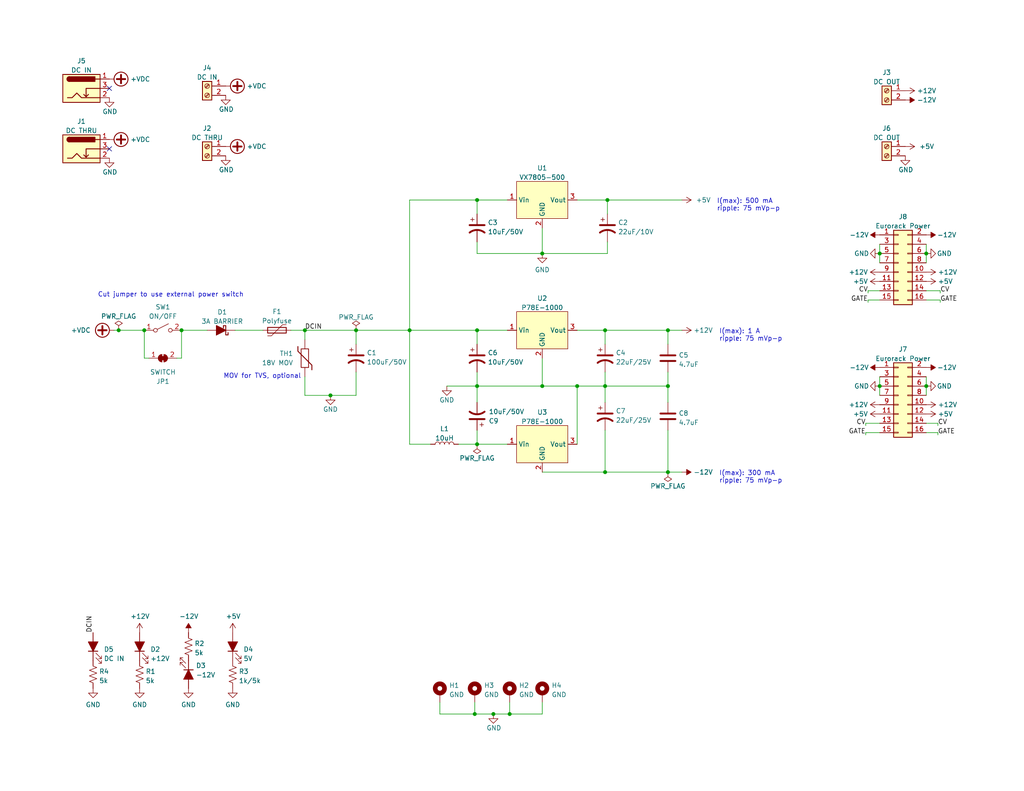
<source format=kicad_sch>
(kicad_sch (version 20211123) (generator eeschema)
  (paper "USLetter")
  (title_block (title "Nickel") (date "2022-05-23") (rev "v2") (company "Winterbloom") (comment 1 "Alethea Flowers") (comment 2 "CERN-OHL-P V2"))
  (lib_symbols
    (symbol "Connector:Barrel_Jack_Switch" (pin_names hide)
      (property "Reference" "J" (at 0 5.334 0))
      (property "Value" "Barrel_Jack_Switch" (at 0 -5.08 0))
      (symbol "Barrel_Jack_Switch_0_1"
        (rectangle (start -5.08 3.81) (end 5.08 -3.81) (stroke (width 0.254)) (fill (type background)))
        (arc (start -3.302 3.175) (mid -3.937 2.54) (end -3.302 1.905) (stroke (width 0.254)))
        (arc (start -3.302 3.175) (mid -3.937 2.54) (end -3.302 1.905) (stroke (width 0.254)) (fill (type outline)))
        (polyline (pts (xy 1.27 -2.286) (xy 1.905 -1.651)) (stroke (width 0.254)))
        (polyline (pts (xy 5.08 2.54) (xy 3.81 2.54)) (stroke (width 0.254)))
        (polyline (pts (xy 5.08 0) (xy 1.27 0) (xy 1.27 -2.286) (xy 0.635 -1.651)) (stroke (width 0.254)))
        (polyline (pts (xy -3.81 -2.54) (xy -2.54 -2.54) (xy -1.27 -1.27) (xy 0 -2.54) (xy 2.54 -2.54) (xy 5.08 -2.54)) (stroke (width 0.254)))
        (rectangle (start 3.683 3.175) (end -3.302 1.905) (stroke (width 0.254)) (fill (type outline)))
      )
      (symbol "Barrel_Jack_Switch_1_1"
        (pin passive line (at 7.62 2.54 180) (length 2.54) (name "~") (number "1"))
        (pin passive line (at 7.62 -2.54 180) (length 2.54) (name "~") (number "2"))
        (pin passive line (at 7.62 0 180) (length 2.54) (name "~") (number "3"))
      )
    )
    (symbol "Connector:Screw_Terminal_01x02" (pin_names (offset 1.016) hide)
      (property "Reference" "J" (at 0 2.54 0))
      (property "Value" "Screw_Terminal_01x02" (at 0 -5.08 0))
      (symbol "Screw_Terminal_01x02_1_1"
        (rectangle (start -1.27 1.27) (end 1.27 -3.81) (stroke (width 0.254)) (fill (type background)))
        (circle (center 0 -2.54) (radius 0.635) (stroke (width 0.1524)))
        (polyline (pts (xy -0.5334 -2.2098) (xy 0.3302 -3.048)) (stroke (width 0.1524)))
        (polyline (pts (xy -0.5334 0.3302) (xy 0.3302 -0.508)) (stroke (width 0.1524)))
        (polyline (pts (xy -0.3556 -2.032) (xy 0.508 -2.8702)) (stroke (width 0.1524)))
        (polyline (pts (xy -0.3556 0.508) (xy 0.508 -0.3302)) (stroke (width 0.1524)))
        (circle (center 0 0) (radius 0.635) (stroke (width 0.1524)))
        (pin passive line (at -5.08 0 0) (length 3.81) (name "Pin_1") (number "1"))
        (pin passive line (at -5.08 -2.54 0) (length 3.81) (name "Pin_2") (number "2"))
      )
    )
    (symbol "Connector_Generic:Conn_02x08_Odd_Even" (pin_names (offset 1.016) hide)
      (property "Reference" "J" (at 1.27 10.16 0))
      (property "Value" "Conn_02x08_Odd_Even" (at 1.27 -12.7 0))
      (symbol "Conn_02x08_Odd_Even_1_1"
        (rectangle (start -1.27 -10.033) (end 0 -10.287) (stroke (width 0.1524)))
        (rectangle (start -1.27 -7.493) (end 0 -7.747) (stroke (width 0.1524)))
        (rectangle (start -1.27 -4.953) (end 0 -5.207) (stroke (width 0.1524)))
        (rectangle (start -1.27 -2.413) (end 0 -2.667) (stroke (width 0.1524)))
        (rectangle (start -1.27 0.127) (end 0 -0.127) (stroke (width 0.1524)))
        (rectangle (start -1.27 2.667) (end 0 2.413) (stroke (width 0.1524)))
        (rectangle (start -1.27 5.207) (end 0 4.953) (stroke (width 0.1524)))
        (rectangle (start -1.27 7.747) (end 0 7.493) (stroke (width 0.1524)))
        (rectangle (start -1.27 8.89) (end 3.81 -11.43) (stroke (width 0.254)) (fill (type background)))
        (rectangle (start 3.81 -10.033) (end 2.54 -10.287) (stroke (width 0.1524)))
        (rectangle (start 3.81 -7.493) (end 2.54 -7.747) (stroke (width 0.1524)))
        (rectangle (start 3.81 -4.953) (end 2.54 -5.207) (stroke (width 0.1524)))
        (rectangle (start 3.81 -2.413) (end 2.54 -2.667) (stroke (width 0.1524)))
        (rectangle (start 3.81 0.127) (end 2.54 -0.127) (stroke (width 0.1524)))
        (rectangle (start 3.81 2.667) (end 2.54 2.413) (stroke (width 0.1524)))
        (rectangle (start 3.81 5.207) (end 2.54 4.953) (stroke (width 0.1524)))
        (rectangle (start 3.81 7.747) (end 2.54 7.493) (stroke (width 0.1524)))
        (pin passive line (at -5.08 7.62 0) (length 3.81) (name "Pin_1") (number "1"))
        (pin passive line (at 7.62 -2.54 180) (length 3.81) (name "Pin_10") (number "10"))
        (pin passive line (at -5.08 -5.08 0) (length 3.81) (name "Pin_11") (number "11"))
        (pin passive line (at 7.62 -5.08 180) (length 3.81) (name "Pin_12") (number "12"))
        (pin passive line (at -5.08 -7.62 0) (length 3.81) (name "Pin_13") (number "13"))
        (pin passive line (at 7.62 -7.62 180) (length 3.81) (name "Pin_14") (number "14"))
        (pin passive line (at -5.08 -10.16 0) (length 3.81) (name "Pin_15") (number "15"))
        (pin passive line (at 7.62 -10.16 180) (length 3.81) (name "Pin_16") (number "16"))
        (pin passive line (at 7.62 7.62 180) (length 3.81) (name "Pin_2") (number "2"))
        (pin passive line (at -5.08 5.08 0) (length 3.81) (name "Pin_3") (number "3"))
        (pin passive line (at 7.62 5.08 180) (length 3.81) (name "Pin_4") (number "4"))
        (pin passive line (at -5.08 2.54 0) (length 3.81) (name "Pin_5") (number "5"))
        (pin passive line (at 7.62 2.54 180) (length 3.81) (name "Pin_6") (number "6"))
        (pin passive line (at -5.08 0 0) (length 3.81) (name "Pin_7") (number "7"))
        (pin passive line (at 7.62 0 180) (length 3.81) (name "Pin_8") (number "8"))
        (pin passive line (at -5.08 -2.54 0) (length 3.81) (name "Pin_9") (number "9"))
      )
    )
    (symbol "Device:C" (pin_numbers hide) (pin_names (offset 0.254))
      (property "Reference" "C" (at 0.635 2.54 0))
      (property "Value" "C" (at 0.635 -2.54 0))
      (symbol "C_0_1"
        (polyline (pts (xy -2.032 -0.762) (xy 2.032 -0.762)) (stroke (width 0.508)))
        (polyline (pts (xy -2.032 0.762) (xy 2.032 0.762)) (stroke (width 0.508)))
      )
      (symbol "C_1_1"
        (pin passive line (at 0 3.81 270) (length 2.794) (name "~") (number "1"))
        (pin passive line (at 0 -3.81 90) (length 2.794) (name "~") (number "2"))
      )
    )
    (symbol "Device:C_Polarized_US" (pin_numbers hide) (pin_names (offset 0.254) hide)
      (property "Reference" "C" (at 0.635 2.54 0))
      (property "Value" "C_Polarized_US" (at 0.635 -2.54 0))
      (symbol "C_Polarized_US_0_1"
        (polyline (pts (xy -2.032 0.762) (xy 2.032 0.762)) (stroke (width 0.508)))
        (polyline (pts (xy -1.778 2.286) (xy -0.762 2.286)))
        (polyline (pts (xy -1.27 1.778) (xy -1.27 2.794)))
        (arc (start 2.032 -1.27) (mid 0 -0.5572) (end -2.032 -1.27) (stroke (width 0.508)))
      )
      (symbol "C_Polarized_US_1_1"
        (pin passive line (at 0 3.81 270) (length 2.794) (name "~") (number "1"))
        (pin passive line (at 0 -3.81 90) (length 3.302) (name "~") (number "2"))
      )
    )
    (symbol "Device:D_Schottky_Filled" (pin_numbers hide) (pin_names (offset 1.016) hide)
      (property "Reference" "D" (at 0 2.54 0))
      (property "Value" "D_Schottky_Filled" (at 0 -2.54 0))
      (symbol "D_Schottky_Filled_0_1"
        (polyline (pts (xy 1.27 0) (xy -1.27 0)))
        (polyline (pts (xy 1.27 1.27) (xy 1.27 -1.27) (xy -1.27 0) (xy 1.27 1.27)) (stroke (width 0.254)) (fill (type outline)))
        (polyline (pts (xy -1.905 0.635) (xy -1.905 1.27) (xy -1.27 1.27) (xy -1.27 -1.27) (xy -0.635 -1.27) (xy -0.635 -0.635)) (stroke (width 0.254)))
      )
      (symbol "D_Schottky_Filled_1_1"
        (pin passive line (at -3.81 0 0) (length 2.54) (name "K") (number "1"))
        (pin passive line (at 3.81 0 180) (length 2.54) (name "A") (number "2"))
      )
    )
    (symbol "Device:L" (pin_numbers hide) (pin_names (offset 1.016) hide)
      (property "Reference" "L" (at -1.27 0 90))
      (property "Value" "L" (at 1.905 0 90))
      (symbol "L_0_1"
        (arc (start 0 -2.54) (mid 0.635 -1.905) (end 0 -1.27))
        (arc (start 0 -1.27) (mid 0.635 -0.635) (end 0 0))
        (arc (start 0 0) (mid 0.635 0.635) (end 0 1.27))
        (arc (start 0 1.27) (mid 0.635 1.905) (end 0 2.54))
      )
      (symbol "L_1_1"
        (pin passive line (at 0 3.81 270) (length 1.27) (name "1") (number "1"))
        (pin passive line (at 0 -3.81 90) (length 1.27) (name "2") (number "2"))
      )
    )
    (symbol "Device:LED_Filled" (pin_numbers hide) (pin_names (offset 1.016) hide)
      (property "Reference" "D" (at 0 2.54 0))
      (property "Value" "LED_Filled" (at 0 -2.54 0))
      (symbol "LED_Filled_0_1"
        (polyline (pts (xy -1.27 -1.27) (xy -1.27 1.27)) (stroke (width 0.254)))
        (polyline (pts (xy -1.27 0) (xy 1.27 0)))
        (polyline (pts (xy 1.27 -1.27) (xy 1.27 1.27) (xy -1.27 0) (xy 1.27 -1.27)) (stroke (width 0.254)) (fill (type outline)))
        (polyline (pts (xy -3.048 -0.762) (xy -4.572 -2.286) (xy -3.81 -2.286) (xy -4.572 -2.286) (xy -4.572 -1.524)))
        (polyline (pts (xy -1.778 -0.762) (xy -3.302 -2.286) (xy -2.54 -2.286) (xy -3.302 -2.286) (xy -3.302 -1.524)))
      )
      (symbol "LED_Filled_1_1"
        (pin passive line (at -3.81 0 0) (length 2.54) (name "K") (number "1"))
        (pin passive line (at 3.81 0 180) (length 2.54) (name "A") (number "2"))
      )
    )
    (symbol "Device:Polyfuse" (pin_numbers hide) (pin_names (offset 0))
      (property "Reference" "F" (at -2.54 0 90))
      (property "Value" "Polyfuse" (at 2.54 0 90))
      (symbol "Polyfuse_0_1"
        (rectangle (start -0.762 2.54) (end 0.762 -2.54) (stroke (width 0.254)))
        (polyline (pts (xy 0 2.54) (xy 0 -2.54)))
        (polyline (pts (xy -1.524 2.54) (xy -1.524 1.524) (xy 1.524 -1.524) (xy 1.524 -2.54)))
      )
      (symbol "Polyfuse_1_1"
        (pin passive line (at 0 3.81 270) (length 1.27) (name "~") (number "1"))
        (pin passive line (at 0 -3.81 90) (length 1.27) (name "~") (number "2"))
      )
    )
    (symbol "Device:R_US" (pin_numbers hide) (pin_names (offset 0))
      (property "Reference" "R" (at 2.54 0 90))
      (property "Value" "R_US" (at -2.54 0 90))
      (symbol "R_US_0_1"
        (polyline (pts (xy 0 -2.286) (xy 0 -2.54)))
        (polyline (pts (xy 0 2.286) (xy 0 2.54)))
        (polyline (pts (xy 0 -0.762) (xy 1.016 -1.143) (xy 0 -1.524) (xy -1.016 -1.905) (xy 0 -2.286)))
        (polyline (pts (xy 0 0.762) (xy 1.016 0.381) (xy 0 0) (xy -1.016 -0.381) (xy 0 -0.762)))
        (polyline (pts (xy 0 2.286) (xy 1.016 1.905) (xy 0 1.524) (xy -1.016 1.143) (xy 0 0.762)))
      )
      (symbol "R_US_1_1"
        (pin passive line (at 0 3.81 270) (length 1.27) (name "~") (number "1"))
        (pin passive line (at 0 -3.81 90) (length 1.27) (name "~") (number "2"))
      )
    )
    (symbol "Device:Thermistor" (pin_numbers hide) (pin_names (offset 0))
      (property "Reference" "TH" (at 2.54 1.27 90))
      (property "Value" "Thermistor" (at -2.54 0 90))
      (symbol "Thermistor_0_1"
        (rectangle (start -1.016 2.54) (end 1.016 -2.54) (stroke (width 0.2032)))
        (polyline (pts (xy -1.905 3.175) (xy -1.905 1.905) (xy 1.905 -1.905) (xy 1.905 -3.175) (xy 1.905 -3.175)) (stroke (width 0.254)))
      )
      (symbol "Thermistor_1_1"
        (pin passive line (at 0 5.08 270) (length 2.54) (name "~") (number "1"))
        (pin passive line (at 0 -5.08 90) (length 2.54) (name "~") (number "2"))
      )
    )
    (symbol "Jumper:SolderJumper_2_Bridged" (pin_names (offset 0) hide)
      (property "Reference" "JP" (at 0 2.032 0))
      (property "Value" "SolderJumper_2_Bridged" (at 0 -2.54 0))
      (symbol "SolderJumper_2_Bridged_0_1"
        (rectangle (start -0.508 0.508) (end 0.508 -0.508) (fill (type outline)))
        (arc (start -0.254 1.016) (mid -1.27 0) (end -0.254 -1.016))
        (arc (start -0.254 1.016) (mid -1.27 0) (end -0.254 -1.016) (fill (type outline)))
        (polyline (pts (xy -0.254 1.016) (xy -0.254 -1.016)))
        (polyline (pts (xy 0.254 1.016) (xy 0.254 -1.016)))
        (arc (start 0.254 -1.016) (mid 1.27 0) (end 0.254 1.016))
        (arc (start 0.254 -1.016) (mid 1.27 0) (end 0.254 1.016) (fill (type outline)))
      )
      (symbol "SolderJumper_2_Bridged_1_1"
        (pin passive line (at -3.81 0 0) (length 2.54) (name "A") (number "1"))
        (pin passive line (at 3.81 0 180) (length 2.54) (name "B") (number "2"))
      )
    )
    (symbol "Mechanical:MountingHole_Pad" (pin_numbers hide) (pin_names (offset 1.016) hide)
      (property "Reference" "H" (at 0 6.35 0))
      (property "Value" "MountingHole_Pad" (at 0 4.445 0))
      (symbol "MountingHole_Pad_0_1"
        (circle (center 0 1.27) (radius 1.27) (stroke (width 1.27)))
      )
      (symbol "MountingHole_Pad_1_1"
        (pin input line (at 0 -2.54 90) (length 2.54) (name "1") (number "1"))
      )
    )
    (symbol "Switch:SW_SPST" (pin_names (offset 0) hide)
      (property "Reference" "SW" (at 0 3.175 0))
      (property "Value" "SW_SPST" (at 0 -2.54 0))
      (symbol "SW_SPST_0_0"
        (circle (center -2.032 0) (radius 0.508))
        (polyline (pts (xy -1.524 0.254) (xy 1.524 1.778)))
        (circle (center 2.032 0) (radius 0.508))
      )
      (symbol "SW_SPST_1_1"
        (pin passive line (at -5.08 0 0) (length 2.54) (name "A") (number "1"))
        (pin passive line (at 5.08 0 180) (length 2.54) (name "B") (number "2"))
      )
    )
    (symbol "power:+12V" (power) (pin_names (offset 0))
      (property "Value" "+12V" (at 0 3.556 0))
      (symbol "+12V_0_1"
        (polyline (pts (xy -0.762 1.27) (xy 0 2.54)))
        (polyline (pts (xy 0 0) (xy 0 2.54)))
        (polyline (pts (xy 0 2.54) (xy 0.762 1.27)))
      )
      (symbol "+12V_1_1"
        (pin power_in line (at 0 0 90) (length 0) hide (name "+12V") (number "1"))
      )
    )
    (symbol "power:+5V" (power) (pin_names (offset 0))
      (property "Value" "+5V" (at 0 3.556 0))
      (symbol "+5V_0_1"
        (polyline (pts (xy -0.762 1.27) (xy 0 2.54)))
        (polyline (pts (xy 0 0) (xy 0 2.54)))
        (polyline (pts (xy 0 2.54) (xy 0.762 1.27)))
      )
      (symbol "+5V_1_1"
        (pin power_in line (at 0 0 90) (length 0) hide (name "+5V") (number "1"))
      )
    )
    (symbol "power:+VDC" (power) (pin_names (offset 0))
      (property "Value" "+VDC" (at 0 6.35 0))
      (symbol "+VDC_0_1"
        (polyline (pts (xy -1.143 3.175) (xy 1.143 3.175)) (stroke (width 0.508)))
        (polyline (pts (xy 0 0) (xy 0 1.27)))
        (polyline (pts (xy 0 2.032) (xy 0 4.318)) (stroke (width 0.508)))
        (circle (center 0 3.175) (radius 1.905) (stroke (width 0.254)))
      )
      (symbol "+VDC_1_1"
        (pin power_in line (at 0 0 90) (length 0) hide (name "+VDC") (number "1"))
      )
    )
    (symbol "power:-12V" (power) (pin_names (offset 0))
      (property "Value" "-12V" (at 0 3.81 0))
      (symbol "-12V_0_0"
        (pin power_in line (at 0 0 90) (length 0) hide (name "-12V") (number "1"))
      )
      (symbol "-12V_0_1"
        (polyline (pts (xy 0 0) (xy 0 1.27) (xy 0.762 1.27) (xy 0 2.54) (xy -0.762 1.27) (xy 0 1.27)) (fill (type outline)))
      )
    )
    (symbol "power:GND" (power) (pin_names (offset 0))
      (property "Value" "GND" (at 0 -3.81 0))
      (symbol "GND_0_1"
        (polyline (pts (xy 0 0) (xy 0 -1.27) (xy 1.27 -1.27) (xy 0 -2.54) (xy -1.27 -1.27) (xy 0 -1.27)))
      )
      (symbol "GND_1_1"
        (pin power_in line (at 0 0 270) (length 0) hide (name "GND") (number "1"))
      )
    )
    (symbol "power:PWR_FLAG" (power) (pin_numbers hide) (pin_names (offset 0) hide)
      (property "Value" "PWR_FLAG" (at 0 3.81 0))
      (symbol "PWR_FLAG_0_0"
        (pin power_out line (at 0 0 90) (length 0) (name "pwr") (number "1"))
      )
      (symbol "PWR_FLAG_0_1"
        (polyline (pts (xy 0 0) (xy 0 1.27) (xy -1.016 1.905) (xy 0 2.54) (xy 1.016 1.905) (xy 0 1.27)))
      )
    )
    (symbol "winterbloom:P78E-1000"
      (property "Reference" "U" (at 6.985 -6.35 0))
      (property "Value" "P78E-1000" (at 0 6.35 0))
      (symbol "P78E-1000_0_0"
        (pin power_in line (at -9.525 0 0) (length 2.54) (name "Vin") (number "1"))
        (pin power_in line (at 0 -7.62 90) (length 2.54) (name "GND") (number "2"))
        (pin power_out line (at 9.525 0 180) (length 2.54) (name "Vout") (number "3"))
      )
      (symbol "P78E-1000_0_1"
        (rectangle (start 6.985 -5.08) (end -6.985 5.08) (stroke (width 0.1524)) (fill (type background)))
      )
    )
    (symbol "winterbloom:VX7805-500"
      (property "Reference" "U" (at 6.985 -6.35 0))
      (property "Value" "VX7805-500" (at 0 6.35 0))
      (symbol "VX7805-500_0_0"
        (pin power_in line (at -9.525 0 0) (length 2.54) (name "Vin") (number "1"))
        (pin power_in line (at 0 -7.62 90) (length 2.54) (name "GND") (number "2"))
        (pin power_out line (at 9.525 0 180) (length 2.54) (name "Vout") (number "3"))
      )
      (symbol "VX7805-500_0_1"
        (rectangle (start 6.985 -5.08) (end -6.985 5.08) (stroke (width 0.1524)) (fill (type background)))
      )
    )
  )
  (junction (at 139.065 194.945))
  (junction (at 182.245 128.905))
  (junction (at 129.54 194.945))
  (junction (at 165.1 128.905))
  (junction (at 252.73 69.215))
  (junction (at 182.245 90.17))
  (junction (at 182.245 105.41))
  (junction (at 165.1 105.41))
  (junction (at 49.53 90.17))
  (junction (at 97.155 90.17))
  (junction (at 134.62 194.945))
  (junction (at 130.175 105.41))
  (junction (at 39.37 90.17))
  (junction (at 130.175 90.17))
  (junction (at 147.955 105.41))
  (junction (at 130.175 54.61))
  (junction (at 252.73 105.41))
  (junction (at 83.185 90.17))
  (junction (at 157.48 105.41))
  (junction (at 147.955 69.215))
  (junction (at 111.76 90.17))
  (junction (at 32.385 90.17))
  (junction (at 240.03 69.215))
  (junction (at 240.03 105.41))
  (junction (at 165.1 90.17))
  (junction (at 130.175 121.285))
  (junction (at 90.17 107.95))
  (junction (at 165.735 54.61))
  (no_connect (at 29.845 40.64))
  (no_connect (at 29.845 24.13))
  (wire (pts (xy 129.54 191.77) (xy 129.54 194.945)))
  (wire (pts (xy 147.955 128.905) (xy 165.1 128.905)))
  (wire (pts (xy 165.1 105.41) (xy 182.245 105.41)))
  (wire (pts (xy 252.73 115.57) (xy 255.905 115.57)))
  (wire (pts (xy 236.855 81.915) (xy 240.03 81.915)))
  (wire (pts (xy 64.135 90.17) (xy 71.755 90.17)))
  (wire (pts (xy 90.17 107.95) (xy 83.185 107.95)))
  (wire (pts (xy 157.48 90.17) (xy 165.1 90.17)))
  (wire (pts (xy 157.48 54.61) (xy 165.735 54.61)))
  (wire (pts (xy 252.73 81.915) (xy 256.54 81.915)))
  (wire (pts (xy 130.175 58.42) (xy 130.175 54.61)))
  (wire (pts (xy 252.73 66.675) (xy 252.73 69.215)))
  (wire (pts (xy 83.185 90.17) (xy 83.185 92.71)))
  (wire (pts (xy 157.48 105.41) (xy 147.955 105.41)))
  (wire (pts (xy 111.76 90.17) (xy 130.175 90.17)))
  (wire (pts (xy 49.53 97.79) (xy 49.53 90.17)))
  (wire (pts (xy 121.92 105.41) (xy 130.175 105.41)))
  (wire (pts (xy 165.1 90.17) (xy 165.1 93.98)))
  (wire (pts (xy 111.76 90.17) (xy 111.76 121.285)))
  (wire (pts (xy 138.43 90.17) (xy 130.175 90.17)))
  (wire (pts (xy 236.22 118.11) (xy 240.03 118.11)))
  (wire (pts (xy 236.22 118.745) (xy 236.22 118.11)))
  (wire (pts (xy 182.245 128.905) (xy 182.245 117.475)))
  (wire (pts (xy 83.185 107.95) (xy 83.185 102.87)))
  (wire (pts (xy 182.245 128.905) (xy 186.055 128.905)))
  (wire (pts (xy 256.54 82.55) (xy 256.54 81.915)))
  (wire (pts (xy 252.73 79.375) (xy 256.54 79.375)))
  (wire (pts (xy 97.155 90.17) (xy 111.76 90.17)))
  (wire (pts (xy 182.245 101.6) (xy 182.245 105.41)))
  (wire (pts (xy 90.17 107.95) (xy 97.155 107.95)))
  (wire (pts (xy 111.76 54.61) (xy 130.175 54.61)))
  (wire (pts (xy 165.1 117.475) (xy 165.1 128.905)))
  (wire (pts (xy 236.855 79.375) (xy 236.855 80.01)))
  (wire (pts (xy 134.62 194.945) (xy 139.065 194.945)))
  (wire (pts (xy 157.48 105.41) (xy 157.48 121.285)))
  (wire (pts (xy 130.175 121.285) (xy 138.43 121.285)))
  (wire (pts (xy 182.245 105.41) (xy 182.245 109.855)))
  (wire (pts (xy 236.22 115.57) (xy 240.03 115.57)))
  (wire (pts (xy 125.095 121.285) (xy 130.175 121.285)))
  (wire (pts (xy 147.955 62.23) (xy 147.955 69.215)))
  (wire (pts (xy 31.115 90.17) (xy 32.385 90.17)))
  (wire (pts (xy 165.735 54.61) (xy 165.735 58.42)))
  (wire (pts (xy 165.1 128.905) (xy 182.245 128.905)))
  (wire (pts (xy 111.76 121.285) (xy 117.475 121.285)))
  (wire (pts (xy 240.03 79.375) (xy 236.855 79.375)))
  (wire (pts (xy 49.53 90.17) (xy 56.515 90.17)))
  (wire (pts (xy 83.185 90.17) (xy 97.155 90.17)))
  (wire (pts (xy 255.905 115.57) (xy 255.905 116.205)))
  (wire (pts (xy 111.76 90.17) (xy 111.76 54.61)))
  (wire (pts (xy 165.1 105.41) (xy 165.1 109.855)))
  (wire (pts (xy 240.03 105.41) (xy 240.03 107.95)))
  (wire (pts (xy 147.955 194.945) (xy 147.955 191.77)))
  (wire (pts (xy 240.03 102.87) (xy 240.03 105.41)))
  (wire (pts (xy 165.735 69.215) (xy 147.955 69.215)))
  (wire (pts (xy 252.73 118.11) (xy 255.905 118.11)))
  (wire (pts (xy 240.03 66.675) (xy 240.03 69.215)))
  (wire (pts (xy 130.175 105.41) (xy 130.175 109.855)))
  (wire (pts (xy 48.26 97.79) (xy 49.53 97.79)))
  (wire (pts (xy 182.245 90.17) (xy 182.245 93.98)))
  (wire (pts (xy 79.375 90.17) (xy 83.185 90.17)))
  (wire (pts (xy 129.54 194.945) (xy 120.015 194.945)))
  (wire (pts (xy 236.855 82.55) (xy 236.855 81.915)))
  (wire (pts (xy 165.735 66.04) (xy 165.735 69.215)))
  (wire (pts (xy 165.735 54.61) (xy 186.055 54.61)))
  (wire (pts (xy 130.175 90.17) (xy 130.175 93.98)))
  (wire (pts (xy 130.175 117.475) (xy 130.175 121.285)))
  (wire (pts (xy 255.905 118.11) (xy 255.905 118.745)))
  (wire (pts (xy 139.065 191.77) (xy 139.065 194.945)))
  (wire (pts (xy 147.955 97.79) (xy 147.955 105.41)))
  (wire (pts (xy 182.245 90.17) (xy 186.055 90.17)))
  (wire (pts (xy 165.1 105.41) (xy 157.48 105.41)))
  (wire (pts (xy 130.175 101.6) (xy 130.175 105.41)))
  (wire (pts (xy 256.54 79.375) (xy 256.54 80.01)))
  (wire (pts (xy 32.385 90.17) (xy 39.37 90.17)))
  (wire (pts (xy 252.73 69.215) (xy 252.73 71.755)))
  (wire (pts (xy 252.73 105.41) (xy 252.73 107.95)))
  (wire (pts (xy 97.155 101.6) (xy 97.155 107.95)))
  (wire (pts (xy 252.73 102.87) (xy 252.73 105.41)))
  (wire (pts (xy 139.065 194.945) (xy 147.955 194.945)))
  (wire (pts (xy 130.175 54.61) (xy 138.43 54.61)))
  (wire (pts (xy 130.175 69.215) (xy 147.955 69.215)))
  (wire (pts (xy 39.37 90.17) (xy 39.37 97.79)))
  (wire (pts (xy 240.03 69.215) (xy 240.03 71.755)))
  (wire (pts (xy 120.015 194.945) (xy 120.015 191.77)))
  (wire (pts (xy 39.37 97.79) (xy 40.64 97.79)))
  (wire (pts (xy 130.175 66.04) (xy 130.175 69.215)))
  (wire (pts (xy 147.955 105.41) (xy 130.175 105.41)))
  (wire (pts (xy 165.1 90.17) (xy 182.245 90.17)))
  (wire (pts (xy 165.1 101.6) (xy 165.1 105.41)))
  (wire (pts (xy 134.62 194.945) (xy 129.54 194.945)))
  (wire (pts (xy 236.22 116.205) (xy 236.22 115.57)))
  (wire (pts (xy 97.155 93.98) (xy 97.155 90.17)))
  (text "I(max): 500 mA\nripple: 75 mVp-p" (at 195.58 57.785 0) (effects (font (size 1.27 1.27)) (justify left bottom)))
  (text "Cut jumper to use external power switch" (at 26.67 81.28 0) (effects (font (size 1.27 1.27)) (justify left bottom)))
  (text "MOV for TVS, optional" (at 60.96 103.505 0) (effects (font (size 1.27 1.27)) (justify left bottom)))
  (text "I(max): 300 mA\nripple: 75 mVp-p" (at 196.215 132.08 0) (effects (font (size 1.27 1.27)) (justify left bottom)))
  (text "I(max): 1 A\nripple: 75 mVp-p" (at 196.215 93.345 0) (effects (font (size 1.27 1.27)) (justify left bottom)))
  (label "GATE" (at 256.54 82.55 0))
  (label "DCIN" (at 25.4 172.72 90))
  (label "CV" (at 256.54 80.01 0))
  (label "GATE" (at 255.905 118.745 0))
  (label "CV" (at 255.905 116.205 0))
  (label "GATE" (at 236.855 82.55 180))
  (label "CV" (at 236.22 116.205 180))
  (label "GATE" (at 236.22 118.745 180))
  (label "CV" (at 236.855 80.01 180))
  (label "DCIN" (at 83.185 90.17 0))
  (symbol (lib_id "Device:C") (at 182.245 113.665 0) (unit 1)
    (property "Reference" "C8" (at 185.166 112.8303 0) (effects (justify left)))
    (property "Value" "4.7uF" (at 185.166 115.3672 0) (effects (justify left)))
    (property "Footprint" "Capacitor_SMD:C_0805_2012Metric_Pad1.18x1.45mm_HandSolder" (effects hide))
  )
  (symbol (lib_id "power:+VDC") (at 61.595 23.495 270) (unit 1)
    (property "Reference" "#PWR0121" (effects hide))
    (property "Value" "+VDC" (at 67.31 23.495 90) (effects (justify left)))
  )
  (symbol (lib_id "power:GND") (at 29.845 43.18 0) (unit 1)
    (property "Reference" "#PWR0124" (effects hide))
    (property "Value" "GND" (at 27.94 46.99 0) (effects (justify left)))
  )
  (symbol (lib_id "Switch:SW_SPST") (at 44.45 90.17 0) (unit 1)
    (property "Reference" "SW1" (at 44.45 83.82 0))
    (property "Value" "ON/OFF" (at 44.45 86.36 0))
    (property "Footprint" "winterbloom:TerminalBlock_4UCON_1x02_P3.50mm_Horizontal" (effects hide))
    (property "mpn" "2MS1T1B1M2QES" (effects hide))
  )
  (symbol (lib_id "power:-12V") (at 247.015 27.305 270) (unit 1)
    (property "Reference" "#PWR0125" (effects hide))
    (property "Value" "-12V" (at 250.19 27.305 90) (effects (justify left)))
  )
  (symbol (lib_id "Mechanical:MountingHole_Pad") (at 147.955 189.23 0) (unit 1)
    (property "Reference" "H4" (at 150.495 187.1253 0) (effects (justify left)))
    (property "Value" "GND" (at 150.495 189.6622 0) (effects (justify left)))
    (property "Footprint" "MountingHole:MountingHole_3mm_Pad" (effects hide))
  )
  (symbol (lib_id "power:-12V") (at 240.03 64.135 90) (unit 1)
    (property "Reference" "#PWR0111" (effects hide))
    (property "Value" "-12V" (at 231.775 64.135 90) (effects (justify right)))
  )
  (symbol (lib_id "Mechanical:MountingHole_Pad") (at 139.065 189.23 0) (unit 1)
    (property "Reference" "H2" (at 141.605 187.1253 0) (effects (justify left)))
    (property "Value" "GND" (at 141.605 189.6622 0) (effects (justify left)))
    (property "Footprint" "MountingHole:MountingHole_3mm_Pad" (effects hide))
  )
  (symbol (lib_id "Device:LED_Filled") (at 51.435 184.15 270) (unit 1)
    (property "Reference" "D3" (at 53.467 181.7278 90) (effects (justify left)))
    (property "Value" "-12V" (at 53.467 184.2647 90) (effects (justify left)))
    (property "Footprint" "winterbloom:LED_0805_Kingbright_APT2012" (effects hide))
  )
  (symbol (lib_id "Device:LED_Filled") (at 63.5 176.53 90) (unit 1)
    (property "Reference" "D4" (at 66.421 177.2828 90) (effects (justify right)))
    (property "Value" "5V" (at 66.421 179.8197 90) (effects (justify right)))
    (property "Footprint" "winterbloom:LED_0805_Kingbright_APT2012" (effects hide))
  )
  (symbol (lib_id "Jumper:SolderJumper_2_Bridged") (at 44.45 97.79 0) (unit 1)
    (property "Reference" "JP1" (at 44.45 104.14 0))
    (property "Value" "SWITCH" (at 44.45 101.6 0))
    (property "Footprint" "Jumper:SolderJumper-2_P1.3mm_Bridged2Bar_RoundedPad1.0x1.5mm" (effects hide))
  )
  (symbol (lib_id "winterbloom:VX7805-500") (at 147.955 54.61 0) (unit 1)
    (property "Reference" "U1" (at 147.955 45.881 0))
    (property "Value" "VX7805-500" (at 147.955 48.4179 0))
    (property "Footprint" "winterbloom:Converter_DCDC_CUI_VX78-500_THT" (effects hide))
    (property "Datasheet" "https://www.mouser.com/datasheet/2/670/vx78_500-1774570.pdf" (effects hide))
  )
  (symbol (lib_id "Device:R_US") (at 25.4 184.15 0) (unit 1)
    (property "Reference" "R4" (at 27.051 183.3153 0) (effects (justify left)))
    (property "Value" "5k" (at 27.051 185.8522 0) (effects (justify left)))
    (property "Footprint" "Resistor_SMD:R_0603_1608Metric_Pad0.98x0.95mm_HandSolder" (effects hide))
  )
  (symbol (lib_id "power:+5V") (at 252.73 113.03 270) (unit 1)
    (property "Reference" "#PWR09" (effects hide))
    (property "Value" "+5V" (at 255.905 113.03 90) (effects (justify left)))
  )
  (symbol (lib_id "Device:C_Polarized_US") (at 97.155 97.79 0) (unit 1)
    (property "Reference" "C1" (at 100.076 96.3203 0) (effects (justify left)))
    (property "Value" "100uF/50V" (at 100.076 98.8572 0) (effects (justify left)))
    (property "Footprint" "Capacitor_SMD:CP_Elec_8x10.5" (effects hide))
    (property "mpn" "865060653010" (effects hide))
  )
  (symbol (lib_id "winterbloom:P78E-1000") (at 147.955 90.17 0) (unit 1)
    (property "Reference" "U2" (at 147.955 81.441 0))
    (property "Value" "P78E-1000" (at 147.955 83.9779 0))
    (property "Footprint" "winterbloom:Converter_DCDC_CUI_P78E-1000_THT" (effects hide))
    (property "Datasheet" "https://www.mouser.com/datasheet/2/670/p78e_1000-1480573.pdf" (effects hide))
  )
  (symbol (lib_id "Device:C_Polarized_US") (at 165.1 113.665 0) (unit 1)
    (property "Reference" "C7" (at 168.021 112.1953 0) (effects (justify left)))
    (property "Value" "22uF/25V" (at 168.021 114.7322 0) (effects (justify left)))
    (property "Footprint" "Capacitor_SMD:C_0805_2012Metric_Pad1.18x1.45mm_HandSolder" (effects hide))
  )
  (symbol (lib_id "power:GND") (at 90.17 107.95 0) (unit 1)
    (property "Reference" "#PWR0119" (effects hide))
    (property "Value" "GND" (at 90.17 111.76 0))
  )
  (symbol (lib_id "Connector:Screw_Terminal_01x02") (at 241.935 40.005 0) (mirror y) (unit 1)
    (property "Reference" "J6" (at 241.935 35.0352 0))
    (property "Value" "DC OUT" (at 241.935 37.5721 0))
    (property "Footprint" "winterbloom:TerminalBlock_4UCON_1x02_P3.50mm_Horizontal" (effects hide))
  )
  (symbol (lib_id "Mechanical:MountingHole_Pad") (at 129.54 189.23 0) (unit 1)
    (property "Reference" "H3" (at 132.08 187.1253 0) (effects (justify left)))
    (property "Value" "GND" (at 132.08 189.6622 0) (effects (justify left)))
    (property "Footprint" "MountingHole:MountingHole_3mm_Pad" (effects hide))
  )
  (symbol (lib_id "power:PWR_FLAG") (at 182.245 128.905 180) (unit 1)
    (property "Reference" "#FLG0102" (effects hide))
    (property "Value" "PWR_FLAG" (at 182.245 132.715 0))
  )
  (symbol (lib_id "power:GND") (at 121.92 105.41 0) (unit 1)
    (property "Reference" "#PWR0134" (effects hide))
    (property "Value" "GND" (at 121.92 109.22 0))
  )
  (symbol (lib_id "Device:LED_Filled") (at 25.4 176.53 90) (unit 1)
    (property "Reference" "D5" (at 28.321 177.2828 90) (effects (justify right)))
    (property "Value" "DC IN" (at 28.321 179.8197 90) (effects (justify right)))
    (property "Footprint" "winterbloom:LED_0805_Kingbright_APT2012" (effects hide))
  )
  (symbol (lib_id "Device:LED_Filled") (at 38.1 176.53 90) (unit 1)
    (property "Reference" "D2" (at 41.021 177.2828 90) (effects (justify right)))
    (property "Value" "+12V" (at 41.021 179.8197 90) (effects (justify right)))
    (property "Footprint" "winterbloom:LED_0805_Kingbright_APT2012" (effects hide))
  )
  (symbol (lib_id "Connector_Generic:Conn_02x08_Odd_Even") (at 245.11 71.755 0) (unit 1)
    (property "Reference" "J8" (at 246.38 59.1652 0))
    (property "Value" "Eurorack Power" (at 246.38 61.7021 0))
    (property "Footprint" "winterbloom:Eurorack_Power_2x8_Shrouded_Lock" (effects hide))
  )
  (symbol (lib_id "power:+5V") (at 63.5 172.72 0) (unit 1)
    (property "Reference" "#PWR0103" (effects hide))
    (property "Value" "+5V" (at 61.595 168.275 0) (effects (justify left)))
  )
  (symbol (lib_id "Connector:Screw_Terminal_01x02") (at 56.515 23.495 0) (mirror y) (unit 1)
    (property "Reference" "J4" (at 56.515 18.5252 0))
    (property "Value" "DC IN" (at 56.515 21.0621 0))
    (property "Footprint" "winterbloom:TerminalBlock_4UCON_1x02_P3.50mm_Horizontal" (effects hide))
  )
  (symbol (lib_id "power:GND") (at 51.435 187.96 0) (unit 1)
    (property "Reference" "#PWR0105" (effects hide))
    (property "Value" "GND" (at 51.435 192.4034 0))
  )
  (symbol (lib_id "power:+12V") (at 252.73 74.295 270) (unit 1)
    (property "Reference" "#PWR0110" (effects hide))
    (property "Value" "+12V" (at 255.905 74.295 90) (effects (justify left)))
  )
  (symbol (lib_id "power:PWR_FLAG") (at 130.175 121.285 180) (unit 1)
    (property "Reference" "#FLG0104" (effects hide))
    (property "Value" "PWR_FLAG" (at 130.175 125.095 0))
  )
  (symbol (lib_id "Mechanical:MountingHole_Pad") (at 120.015 189.23 0) (unit 1)
    (property "Reference" "H1" (at 122.555 187.1253 0) (effects (justify left)))
    (property "Value" "GND" (at 122.555 189.6622 0) (effects (justify left)))
    (property "Footprint" "MountingHole:MountingHole_3mm_Pad" (effects hide))
  )
  (symbol (lib_id "Device:C_Polarized_US") (at 130.175 97.79 0) (unit 1)
    (property "Reference" "C6" (at 133.096 96.3203 0) (effects (justify left)))
    (property "Value" "10uF/50V" (at 133.096 98.8572 0) (effects (justify left)))
    (property "Footprint" "Capacitor_SMD:C_1206_3216Metric_Pad1.33x1.80mm_HandSolder" (effects hide))
  )
  (symbol (lib_id "power:+VDC") (at 29.845 38.1 270) (unit 1)
    (property "Reference" "#PWR0129" (effects hide))
    (property "Value" "+VDC" (at 35.56 38.1 90) (effects (justify left)))
  )
  (symbol (lib_id "Device:L") (at 121.285 121.285 90) (unit 1)
    (property "Reference" "L1" (at 121.285 117.0772 90))
    (property "Value" "10uH" (at 121.285 119.6141 90))
    (property "Footprint" "Inductor_SMD:L_1210_3225Metric_Pad1.42x2.65mm_HandSolder" (effects hide))
    (property "Datasheet" "https://www.mouser.com/datasheet/2/396/wound02_e-2487803.pdf" (effects hide))
    (property "mpn" "CBC3225T100KR" (effects hide))
  )
  (symbol (lib_id "Device:Thermistor") (at 83.185 97.79 0) (unit 1)
    (property "Reference" "TH1" (at 80.01 96.52 0) (effects (justify right)))
    (property "Value" "18V MOV" (at 80.01 99.06 0) (effects (justify right)))
    (property "Footprint" "Resistor_SMD:R_0805_2012Metric_Pad1.20x1.40mm_HandSolder" (effects hide))
    (property "Datasheet" "https://www.mouser.com/datasheet/2/87/eaton_mlvc_general_type_multilayer_varistor_esd_su-1994298.pdf" (effects hide))
    (property "mpn" "MLVC08V018C360" (effects hide))
  )
  (symbol (lib_id "power:GND") (at 61.595 42.545 0) (unit 1)
    (property "Reference" "#PWR0128" (effects hide))
    (property "Value" "GND" (at 59.69 46.355 0) (effects (justify left)))
  )
  (symbol (lib_id "power:-12V") (at 252.73 64.135 270) (unit 1)
    (property "Reference" "#PWR0115" (effects hide))
    (property "Value" "-12V" (at 260.985 64.135 90) (effects (justify right)))
  )
  (symbol (lib_id "Device:C_Polarized_US") (at 130.175 62.23 0) (unit 1)
    (property "Reference" "C3" (at 133.096 60.7603 0) (effects (justify left)))
    (property "Value" "10uF/50V" (at 133.096 63.2972 0) (effects (justify left)))
    (property "Footprint" "Capacitor_SMD:C_1206_3216Metric_Pad1.33x1.80mm_HandSolder" (effects hide))
  )
  (symbol (lib_id "power:+12V") (at 38.1 172.72 0) (unit 1)
    (property "Reference" "#PWR0102" (effects hide))
    (property "Value" "+12V" (at 35.56 168.275 0) (effects (justify left)))
  )
  (symbol (lib_id "power:+VDC") (at 29.845 21.59 270) (unit 1)
    (property "Reference" "#PWR0130" (effects hide))
    (property "Value" "+VDC" (at 35.56 21.59 90) (effects (justify left)))
  )
  (symbol (lib_id "Device:C") (at 182.245 97.79 0) (unit 1)
    (property "Reference" "C5" (at 185.166 96.9553 0) (effects (justify left)))
    (property "Value" "4.7uF" (at 185.166 99.4922 0) (effects (justify left)))
    (property "Footprint" "Capacitor_SMD:C_0805_2012Metric_Pad1.18x1.45mm_HandSolder" (effects hide))
  )
  (symbol (lib_id "power:GND") (at 240.03 105.41 270) (unit 1)
    (property "Reference" "#PWR03" (effects hide))
    (property "Value" "GND" (at 233.045 105.41 90) (effects (justify left)))
  )
  (symbol (lib_id "power:-12V") (at 186.055 128.905 270) (unit 1)
    (property "Reference" "#PWR0101" (effects hide))
    (property "Value" "-12V" (at 189.23 128.905 90) (effects (justify left)))
  )
  (symbol (lib_id "Device:Polyfuse") (at 75.565 90.17 90) (unit 1)
    (property "Reference" "F1" (at 75.565 85.0732 90))
    (property "Value" "Polyfuse" (at 75.565 87.6101 90))
    (property "Footprint" "Resistor_SMD:R_1812_4532Metric_Pad1.30x3.40mm_HandSolder" (effects hide))
    (property "Datasheet" "https://www.mouser.com/datasheet/2/643/ds_CP_0zcg_series-1960332.pdf" (effects hide))
    (property "mpn" "0ZCG0150BF2C" (effects hide))
  )
  (symbol (lib_id "power:PWR_FLAG") (at 32.385 90.17 0) (unit 1)
    (property "Reference" "#FLG0103" (effects hide))
    (property "Value" "PWR_FLAG" (at 32.385 86.36 0))
  )
  (symbol (lib_id "power:GND") (at 61.595 26.035 0) (unit 1)
    (property "Reference" "#PWR0120" (effects hide))
    (property "Value" "GND" (at 59.69 29.845 0) (effects (justify left)))
  )
  (symbol (lib_id "Device:D_Schottky_Filled") (at 60.325 90.17 180) (unit 1)
    (property "Reference" "D1" (at 60.6425 85.2002 0))
    (property "Value" "3A BARRIER" (at 60.6425 87.7371 0))
    (property "Footprint" "Diode_SMD:D_SOD-128" (effects hide))
    (property "Datasheet" "https://www.mouser.com/datasheet/2/916/PMEG3030EP-2938808.pdf" (effects hide))
    (property "mpn" "PMEG3030EP,115" (effects hide))
  )
  (symbol (lib_id "power:+5V") (at 252.73 76.835 270) (unit 1)
    (property "Reference" "#PWR0109" (effects hide))
    (property "Value" "+5V" (at 255.905 76.835 90) (effects (justify left)))
  )
  (symbol (lib_id "power:GND") (at 25.4 187.96 0) (unit 1)
    (property "Reference" "#PWR01" (effects hide))
    (property "Value" "GND" (at 25.4 192.4034 0))
  )
  (symbol (lib_id "power:GND") (at 147.955 69.215 0) (unit 1)
    (property "Reference" "#PWR0117" (effects hide))
    (property "Value" "GND" (at 147.955 73.6584 0))
  )
  (symbol (lib_id "Device:C_Polarized_US") (at 130.175 113.665 180) (unit 1)
    (property "Reference" "C9" (at 133.35 114.935 0) (effects (justify right)))
    (property "Value" "10uF/50V" (at 133.35 112.395 0) (effects (justify right)))
    (property "Footprint" "Capacitor_SMD:C_1206_3216Metric_Pad1.33x1.80mm_HandSolder" (effects hide))
  )
  (symbol (lib_id "power:-12V") (at 51.435 172.72 0) (unit 1)
    (property "Reference" "#PWR0104" (effects hide))
    (property "Value" "-12V" (at 48.895 168.275 0) (effects (justify left)))
  )
  (symbol (lib_id "power:GND") (at 63.5 187.96 0) (unit 1)
    (property "Reference" "#PWR0107" (effects hide))
    (property "Value" "GND" (at 63.5 192.4034 0))
  )
  (symbol (lib_id "power:+VDC") (at 31.115 90.17 90) (unit 1)
    (property "Reference" "#PWR0131" (effects hide))
    (property "Value" "+VDC" (at 24.765 90.17 90) (effects (justify left)))
  )
  (symbol (lib_id "power:-12V") (at 240.03 100.33 90) (unit 1)
    (property "Reference" "#PWR02" (effects hide))
    (property "Value" "-12V" (at 231.775 100.33 90) (effects (justify right)))
  )
  (symbol (lib_id "Device:C_Polarized_US") (at 165.735 62.23 0) (unit 1)
    (property "Reference" "C2" (at 168.656 60.7603 0) (effects (justify left)))
    (property "Value" "22uF/10V" (at 168.656 63.2972 0) (effects (justify left)))
    (property "Footprint" "Capacitor_SMD:C_0805_2012Metric_Pad1.18x1.45mm_HandSolder" (effects hide))
  )
  (symbol (lib_id "Connector:Screw_Terminal_01x02") (at 241.935 24.765 0) (mirror y) (unit 1)
    (property "Reference" "J3" (at 241.935 19.7952 0))
    (property "Value" "DC OUT" (at 241.935 22.3321 0))
    (property "Footprint" "winterbloom:TerminalBlock_4UCON_1x02_P3.50mm_Horizontal" (effects hide))
  )
  (symbol (lib_id "Connector:Screw_Terminal_01x02") (at 56.515 40.005 0) (mirror y) (unit 1)
    (property "Reference" "J2" (at 56.515 35.0352 0))
    (property "Value" "DC THRU" (at 56.515 37.5721 0))
    (property "Footprint" "winterbloom:TerminalBlock_4UCON_1x02_P3.50mm_Horizontal" (effects hide))
  )
  (symbol (lib_id "Connector:Barrel_Jack_Switch") (at 22.225 24.13 0) (unit 1)
    (property "Reference" "J5" (at 22.225 16.6202 0))
    (property "Value" "DC IN" (at 22.225 19.1571 0))
    (property "Footprint" "winterbloom:BarrelJack_CUI_PJ-102AH_Horizontal" (effects hide))
    (property "Datasheet" "https://www.mouser.com/datasheet/2/670/pj_102a-1778834.pdf" (effects hide))
    (property "mpn" "PJ-102A" (effects hide))
  )
  (symbol (lib_id "power:+12V") (at 240.03 74.295 90) (unit 1)
    (property "Reference" "#PWR0112" (effects hide))
    (property "Value" "+12V" (at 236.855 74.295 90) (effects (justify left)))
  )
  (symbol (lib_id "Connector:Barrel_Jack_Switch") (at 22.225 40.64 0) (unit 1)
    (property "Reference" "J1" (at 22.225 33.1302 0))
    (property "Value" "DC THRU" (at 22.225 35.6671 0))
    (property "Footprint" "winterbloom:BarrelJack_CUI_PJ-102AH_Horizontal" (effects hide))
    (property "mpn" "PJ202-A" (effects hide))
  )
  (symbol (lib_id "Device:R_US") (at 63.5 184.15 0) (unit 1)
    (property "Reference" "R3" (at 65.151 183.3153 0) (effects (justify left)))
    (property "Value" "1k/5k" (at 65.151 185.8522 0) (effects (justify left)))
    (property "Footprint" "Resistor_SMD:R_0603_1608Metric_Pad0.98x0.95mm_HandSolder" (effects hide))
  )
  (symbol (lib_id "power:+12V") (at 240.03 110.49 90) (unit 1)
    (property "Reference" "#PWR04" (effects hide))
    (property "Value" "+12V" (at 236.855 110.49 90) (effects (justify left)))
  )
  (symbol (lib_id "power:PWR_FLAG") (at 97.155 90.17 0) (unit 1)
    (property "Reference" "#FLG0101" (effects hide))
    (property "Value" "PWR_FLAG" (at 97.155 86.5942 0))
  )
  (symbol (lib_id "power:GND") (at 29.845 26.67 0) (unit 1)
    (property "Reference" "#PWR0123" (effects hide))
    (property "Value" "GND" (at 27.94 30.48 0) (effects (justify left)))
  )
  (symbol (lib_id "power:GND") (at 240.03 69.215 270) (unit 1)
    (property "Reference" "#PWR0113" (effects hide))
    (property "Value" "GND" (at 233.045 69.215 90) (effects (justify left)))
  )
  (symbol (lib_id "winterbloom:P78E-1000") (at 147.955 121.285 0) (unit 1)
    (property "Reference" "U3" (at 147.955 112.556 0))
    (property "Value" "P78E-1000" (at 147.955 115.0929 0))
    (property "Footprint" "winterbloom:Converter_DCDC_CUI_P78E-1000_THT" (effects hide))
    (property "Datasheet" "https://www.mouser.com/datasheet/2/670/p78e_1000-1480573.pdf" (effects hide))
  )
  (symbol (lib_id "Device:R_US") (at 51.435 176.53 0) (unit 1)
    (property "Reference" "R2" (at 53.086 175.6953 0) (effects (justify left)))
    (property "Value" "5k" (at 53.086 178.2322 0) (effects (justify left)))
    (property "Footprint" "Resistor_SMD:R_0603_1608Metric_Pad0.98x0.95mm_HandSolder" (effects hide))
  )
  (symbol (lib_id "power:GND") (at 134.62 194.945 0) (unit 1)
    (property "Reference" "#PWR0133" (effects hide))
    (property "Value" "GND" (at 132.715 198.755 0) (effects (justify left)))
  )
  (symbol (lib_id "power:GND") (at 252.73 69.215 90) (unit 1)
    (property "Reference" "#PWR0116" (effects hide))
    (property "Value" "GND" (at 259.715 69.215 90) (effects (justify left)))
  )
  (symbol (lib_id "Device:R_US") (at 38.1 184.15 0) (unit 1)
    (property "Reference" "R1" (at 39.751 183.3153 0) (effects (justify left)))
    (property "Value" "5k" (at 39.751 185.8522 0) (effects (justify left)))
    (property "Footprint" "Resistor_SMD:R_0603_1608Metric_Pad0.98x0.95mm_HandSolder" (effects hide))
  )
  (symbol (lib_id "power:GND") (at 38.1 187.96 0) (unit 1)
    (property "Reference" "#PWR0106" (effects hide))
    (property "Value" "GND" (at 38.1 192.4034 0))
  )
  (symbol (lib_id "power:+5V") (at 240.03 76.835 90) (unit 1)
    (property "Reference" "#PWR0114" (effects hide))
    (property "Value" "+5V" (at 236.855 76.835 90) (effects (justify left)))
  )
  (symbol (lib_id "power:+12V") (at 186.055 90.17 270) (unit 1)
    (property "Reference" "#PWR0108" (effects hide))
    (property "Value" "+12V" (at 189.23 90.17 90) (effects (justify left)))
  )
  (symbol (lib_id "Device:C_Polarized_US") (at 165.1 97.79 0) (unit 1)
    (property "Reference" "C4" (at 168.021 96.3203 0) (effects (justify left)))
    (property "Value" "22uF/25V" (at 168.021 98.8572 0) (effects (justify left)))
    (property "Footprint" "Capacitor_SMD:C_0805_2012Metric_Pad1.18x1.45mm_HandSolder" (effects hide))
  )
  (symbol (lib_id "power:+12V") (at 247.015 24.765 270) (unit 1)
    (property "Reference" "#PWR0126" (effects hide))
    (property "Value" "+12V" (at 250.19 24.765 90) (effects (justify left)))
  )
  (symbol (lib_id "power:GND") (at 252.73 105.41 90) (unit 1)
    (property "Reference" "#PWR07" (effects hide))
    (property "Value" "GND" (at 259.715 105.41 90) (effects (justify left)))
  )
  (symbol (lib_id "power:+5V") (at 247.015 40.005 270) (unit 1)
    (property "Reference" "#PWR0127" (effects hide))
    (property "Value" "+5V" (at 250.825 40.005 90) (effects (justify left)))
  )
  (symbol (lib_id "power:+VDC") (at 61.595 40.005 270) (unit 1)
    (property "Reference" "#PWR0122" (effects hide))
    (property "Value" "+VDC" (at 67.31 40.005 90) (effects (justify left)))
  )
  (symbol (lib_id "power:+12V") (at 252.73 110.49 270) (unit 1)
    (property "Reference" "#PWR08" (effects hide))
    (property "Value" "+12V" (at 255.905 110.49 90) (effects (justify left)))
  )
  (symbol (lib_id "power:+5V") (at 240.03 113.03 90) (unit 1)
    (property "Reference" "#PWR05" (effects hide))
    (property "Value" "+5V" (at 236.855 113.03 90) (effects (justify left)))
  )
  (symbol (lib_id "Connector_Generic:Conn_02x08_Odd_Even") (at 245.11 107.95 0) (unit 1)
    (property "Reference" "J7" (at 246.38 95.3602 0))
    (property "Value" "Eurorack Power" (at 246.38 97.8971 0))
    (property "Footprint" "winterbloom:Eurorack_Power_2x8_Shrouded_Lock" (effects hide))
  )
  (symbol (lib_id "power:GND") (at 247.015 42.545 0) (unit 1)
    (property "Reference" "#PWR0132" (effects hide))
    (property "Value" "GND" (at 245.11 46.355 0) (effects (justify left)))
  )
  (symbol (lib_id "power:-12V") (at 252.73 100.33 270) (unit 1)
    (property "Reference" "#PWR06" (effects hide))
    (property "Value" "-12V" (at 260.985 100.33 90) (effects (justify right)))
  )
  (symbol (lib_id "power:+5V") (at 186.055 54.61 270) (unit 1)
    (property "Reference" "#PWR0118" (effects hide))
    (property "Value" "+5V" (at 189.865 54.61 90) (effects (justify left)))
  )
)
</source>
